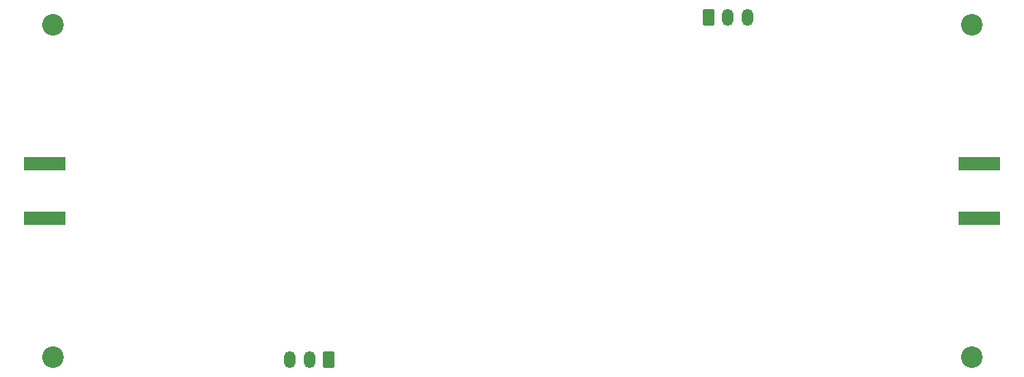
<source format=gbr>
%TF.GenerationSoftware,KiCad,Pcbnew,(6.0.1)*%
%TF.CreationDate,2022-02-11T17:03:31+00:00*%
%TF.ProjectId,Coupler,436f7570-6c65-4722-9e6b-696361645f70,rev?*%
%TF.SameCoordinates,Original*%
%TF.FileFunction,Soldermask,Bot*%
%TF.FilePolarity,Negative*%
%FSLAX46Y46*%
G04 Gerber Fmt 4.6, Leading zero omitted, Abs format (unit mm)*
G04 Created by KiCad (PCBNEW (6.0.1)) date 2022-02-11 17:03:31*
%MOMM*%
%LPD*%
G01*
G04 APERTURE LIST*
G04 Aperture macros list*
%AMRoundRect*
0 Rectangle with rounded corners*
0 $1 Rounding radius*
0 $2 $3 $4 $5 $6 $7 $8 $9 X,Y pos of 4 corners*
0 Add a 4 corners polygon primitive as box body*
4,1,4,$2,$3,$4,$5,$6,$7,$8,$9,$2,$3,0*
0 Add four circle primitives for the rounded corners*
1,1,$1+$1,$2,$3*
1,1,$1+$1,$4,$5*
1,1,$1+$1,$6,$7*
1,1,$1+$1,$8,$9*
0 Add four rect primitives between the rounded corners*
20,1,$1+$1,$2,$3,$4,$5,0*
20,1,$1+$1,$4,$5,$6,$7,0*
20,1,$1+$1,$6,$7,$8,$9,0*
20,1,$1+$1,$8,$9,$2,$3,0*%
G04 Aperture macros list end*
%ADD10RoundRect,0.250000X0.350000X0.625000X-0.350000X0.625000X-0.350000X-0.625000X0.350000X-0.625000X0*%
%ADD11O,1.200000X1.750000*%
%ADD12C,2.200000*%
%ADD13RoundRect,0.250000X-0.350000X-0.625000X0.350000X-0.625000X0.350000X0.625000X-0.350000X0.625000X0*%
%ADD14R,4.200000X1.350000*%
G04 APERTURE END LIST*
D10*
%TO.C,J3*%
X131235200Y-137252800D03*
D11*
X129235200Y-137252800D03*
X127235200Y-137252800D03*
%TD*%
D12*
%TO.C,H2*%
X197000000Y-103000000D03*
%TD*%
%TO.C,H4*%
X197000000Y-137000000D03*
%TD*%
D13*
%TO.C,J4*%
X170059600Y-102243800D03*
D11*
X172059600Y-102243800D03*
X174059600Y-102243800D03*
%TD*%
D14*
%TO.C,J1*%
X102200000Y-117175000D03*
X102200000Y-122825000D03*
%TD*%
D12*
%TO.C,H1*%
X103000000Y-103000000D03*
%TD*%
D14*
%TO.C,J2*%
X197800000Y-122825000D03*
X197800000Y-117175000D03*
%TD*%
D12*
%TO.C,H3*%
X103000000Y-137000000D03*
%TD*%
M02*

</source>
